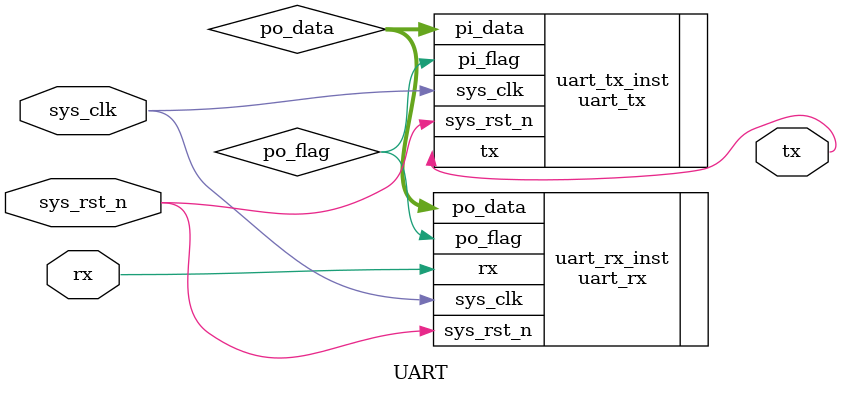
<source format=v>
`timescale 1ns / 1ns
module UART(
    input               sys_clk     ,
    input               sys_rst_n   ,
    input               rx          ,
    output              tx
);
 
wire    [7:0]   po_data;
wire            po_flag;
 
 
uart_rx
#(
    .BAUD_MAX    ('d115_200     ),
    .CLK_MAX     ('d50_000_000  )
)
uart_rx_inst
(
    .sys_clk     (sys_clk  ),
    .sys_rst_n   (sys_rst_n),
    .rx          (rx       ),
                           
    .po_data     (po_data  ),
    .po_flag     (po_flag  )
    );
      
 
uart_tx
#(
    .BAUD_MAX('d115_200     )       ,
    .CLK_MAX ('d50_000_000  )
)uart_tx_inst
(
    .sys_clk     (sys_clk  ),
    .sys_rst_n   (sys_rst_n),
                           
    .pi_data     (po_data  ),
    .pi_flag     (po_flag  ),
                           
    .tx          (tx       )
);
 
endmodule
</source>
